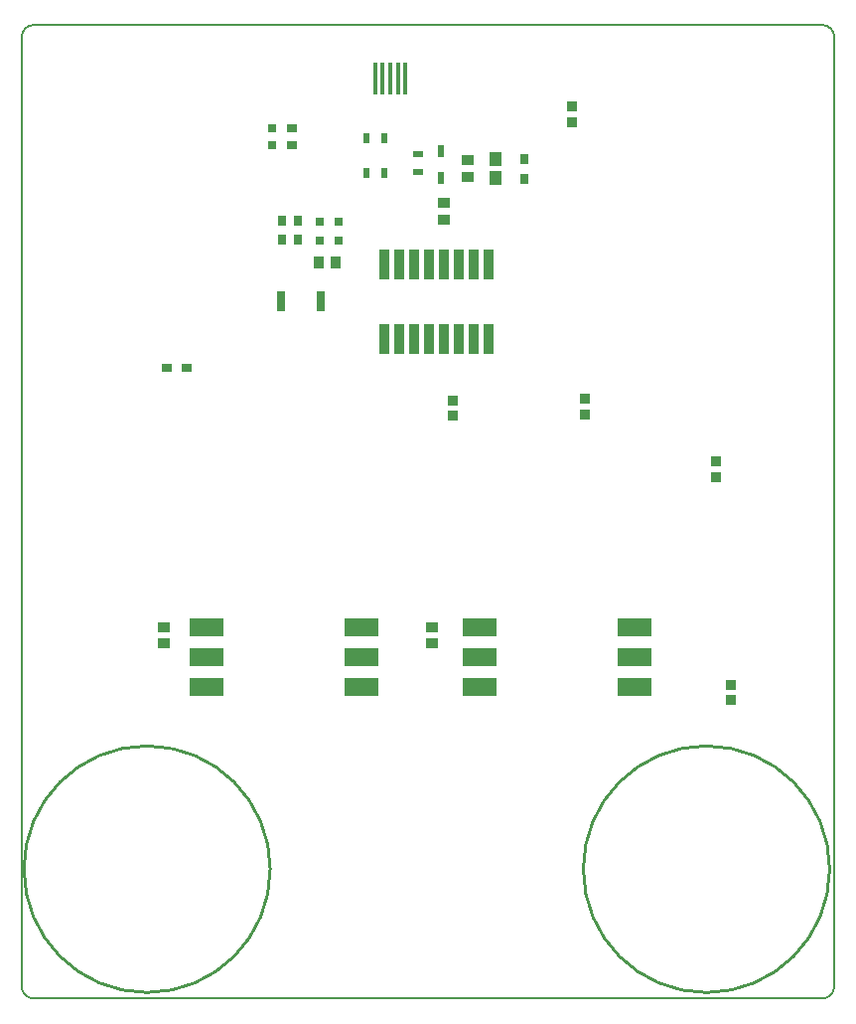
<source format=gtp>
G04*
G04 #@! TF.GenerationSoftware,Altium Limited,Altium Designer,20.0.10 (225)*
G04*
G04 Layer_Color=8421504*
%FSLAX44Y44*%
%MOMM*%
G71*
G01*
G75*
%ADD10C,0.2540*%
%ADD11C,0.2000*%
%ADD20R,0.9000X0.8000*%
%ADD21R,0.8000X1.7000*%
%ADD22R,0.9500X0.8500*%
%ADD23R,0.6000X0.9000*%
%ADD24R,0.5010X1.1112*%
%ADD25R,0.9000X0.6000*%
%ADD26R,1.0500X0.9500*%
%ADD27R,1.0121X1.2084*%
%ADD28R,0.8000X0.9000*%
%ADD29R,0.9000X2.5000*%
%ADD30R,3.0000X1.5000*%
%ADD31R,0.7000X0.9000*%
%ADD32R,0.9500X1.0500*%
%ADD33R,0.8000X0.8000*%
%ADD34R,0.9000X0.7000*%
%ADD35R,0.7620X0.7112*%
%ADD36R,0.4064X2.7000*%
%ADD37R,1.0000X0.9000*%
D10*
X596440Y3251020D02*
G03*
X596440Y3251020I-105000J0D01*
G01*
X1073380D02*
G03*
X1073380Y3251020I-105000J0D01*
G01*
D11*
X1066920Y3140980D02*
G03*
X1077440Y3151500I0J10520D01*
G01*
X384430D02*
G03*
X394950Y3140980I10520J0D01*
G01*
X1077440Y3959500D02*
G03*
X1066920Y3970020I-10520J0D01*
G01*
X394950Y3970000D02*
G03*
X384430Y3959480I0J-10520D01*
G01*
X1077400Y3151011D02*
Y3959500D01*
X394940Y3140990D02*
X1067380D01*
X384430Y3151500D02*
Y3959480D01*
X394950Y3970000D02*
X1067380D01*
D20*
X525390Y3677920D02*
D03*
X508390D02*
D03*
D21*
X639300Y3735070D02*
D03*
X605300D02*
D03*
D22*
X853440Y3887320D02*
D03*
Y3900320D02*
D03*
X989330Y3408090D02*
D03*
Y3395090D02*
D03*
X751840Y3637130D02*
D03*
Y3650130D02*
D03*
X864870Y3651400D02*
D03*
Y3638400D02*
D03*
X976630Y3585060D02*
D03*
Y3598060D02*
D03*
D23*
X693300Y3844290D02*
D03*
X678300D02*
D03*
X693300Y3873500D02*
D03*
X678300D02*
D03*
D24*
X741927Y3862757D02*
D03*
Y3839757D02*
D03*
D25*
X722877Y3860027D02*
D03*
Y3845027D02*
D03*
D26*
X764787Y3840197D02*
D03*
Y3854697D02*
D03*
X744220Y3818520D02*
D03*
Y3804020D02*
D03*
D27*
X788917Y3839428D02*
D03*
Y3855466D02*
D03*
D28*
X813047Y3838850D02*
D03*
Y3855850D02*
D03*
D29*
X782320Y3702670D02*
D03*
X769620D02*
D03*
X693420D02*
D03*
X706120D02*
D03*
X718820D02*
D03*
X731520D02*
D03*
X744220D02*
D03*
X756920D02*
D03*
X782320Y3765930D02*
D03*
X769620D02*
D03*
X756920D02*
D03*
X744220D02*
D03*
X693420D02*
D03*
X706120D02*
D03*
X718820D02*
D03*
X731520D02*
D03*
D30*
X906740Y3456940D02*
D03*
Y3431540D02*
D03*
Y3406140D02*
D03*
X774740D02*
D03*
Y3431540D02*
D03*
Y3456940D02*
D03*
X674330D02*
D03*
Y3431540D02*
D03*
Y3406140D02*
D03*
X542330D02*
D03*
Y3431540D02*
D03*
Y3456940D02*
D03*
D31*
X606104Y3802941D02*
D03*
X620104D02*
D03*
X606104Y3787121D02*
D03*
X620104D02*
D03*
D32*
X652410Y3768090D02*
D03*
X637910D02*
D03*
D33*
X598170Y3867270D02*
D03*
Y3882270D02*
D03*
D34*
X614680Y3867770D02*
D03*
Y3881770D02*
D03*
D35*
X638872Y3786541D02*
D03*
X654366D02*
D03*
X638872Y3802361D02*
D03*
X654366D02*
D03*
D36*
X685690Y3924000D02*
D03*
X692230D02*
D03*
X698730D02*
D03*
X705230D02*
D03*
X711690D02*
D03*
D37*
X505460Y3443810D02*
D03*
Y3457310D02*
D03*
X734060Y3443810D02*
D03*
Y3457310D02*
D03*
M02*

</source>
